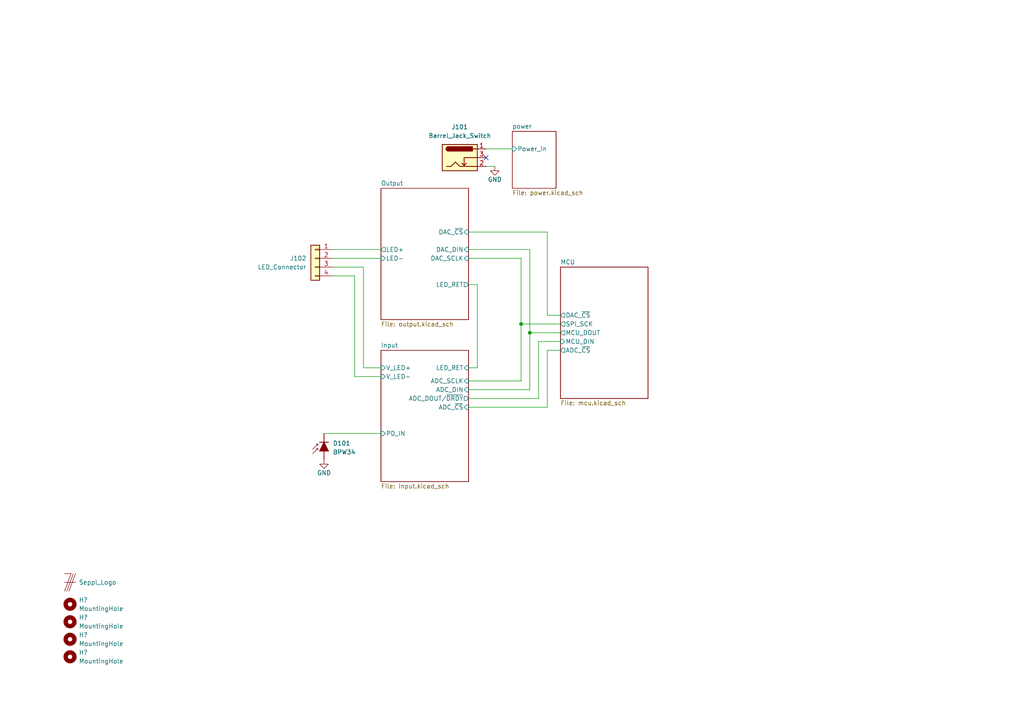
<source format=kicad_sch>
(kicad_sch (version 20211123) (generator eeschema)
  (paper "A4")
  (title_block (title "led-efficiency-measurement") (date "2023-01-24") (rev "0.1"))
  (lib_symbols
    (symbol "Connector:Barrel_Jack_Switch" (pin_names hide)
      (property "Reference" "J" (at 0 5.334 0))
      (property "Value" "Barrel_Jack_Switch" (at 0 -5.08 0))
      (symbol "Barrel_Jack_Switch_0_1"
        (rectangle (start -5.08 3.81) (end 5.08 -3.81) (stroke (width 0.254)) (fill (type background)))
        (arc (start -3.302 3.175) (mid -3.937 2.54) (end -3.302 1.905) (stroke (width 0.254)))
        (arc (start -3.302 3.175) (mid -3.937 2.54) (end -3.302 1.905) (stroke (width 0.254)) (fill (type outline)))
        (polyline (pts (xy 1.27 -2.286) (xy 1.905 -1.651)) (stroke (width 0.254)))
        (polyline (pts (xy 5.08 2.54) (xy 3.81 2.54)) (stroke (width 0.254)))
        (polyline (pts (xy 5.08 0) (xy 1.27 0) (xy 1.27 -2.286) (xy 0.635 -1.651)) (stroke (width 0.254)))
        (polyline (pts (xy -3.81 -2.54) (xy -2.54 -2.54) (xy -1.27 -1.27) (xy 0 -2.54) (xy 2.54 -2.54) (xy 5.08 -2.54)) (stroke (width 0.254)))
        (rectangle (start 3.683 3.175) (end -3.302 1.905) (stroke (width 0.254)) (fill (type outline)))
      )
      (symbol "Barrel_Jack_Switch_1_1"
        (pin passive line (at 7.62 2.54 180) (length 2.54) (name "~") (number "1"))
        (pin passive line (at 7.62 -2.54 180) (length 2.54) (name "~") (number "2"))
        (pin passive line (at 7.62 0 180) (length 2.54) (name "~") (number "3"))
      )
    )
    (symbol "Connector_Generic:Conn_01x04" (pin_names (offset 1.016) hide)
      (property "Reference" "J" (at 0 5.08 0))
      (property "Value" "Conn_01x04" (at 0 -7.62 0))
      (symbol "Conn_01x04_1_1"
        (rectangle (start -1.27 -4.953) (end 0 -5.207) (stroke (width 0.1524)))
        (rectangle (start -1.27 -2.413) (end 0 -2.667) (stroke (width 0.1524)))
        (rectangle (start -1.27 0.127) (end 0 -0.127) (stroke (width 0.1524)))
        (rectangle (start -1.27 2.667) (end 0 2.413) (stroke (width 0.1524)))
        (rectangle (start -1.27 3.81) (end 1.27 -6.35) (stroke (width 0.254)) (fill (type background)))
        (pin passive line (at -5.08 2.54 0) (length 3.81) (name "Pin_1") (number "1"))
        (pin passive line (at -5.08 0 0) (length 3.81) (name "Pin_2") (number "2"))
        (pin passive line (at -5.08 -2.54 0) (length 3.81) (name "Pin_3") (number "3"))
        (pin passive line (at -5.08 -5.08 0) (length 3.81) (name "Pin_4") (number "4"))
      )
    )
    (symbol "Device:D_Photo_Filled" (pin_numbers hide) (pin_names hide)
      (property "Reference" "D" (at 0.508 1.778 0))
      (property "Value" "D_Photo_Filled" (at -1.016 -2.794 0))
      (symbol "D_Photo_Filled_0_1"
        (polyline (pts (xy -2.54 1.27) (xy -2.54 -1.27)) (stroke (width 0.254)))
        (polyline (pts (xy -2.032 1.778) (xy -1.524 1.778)))
        (polyline (pts (xy 0 0) (xy -2.54 0)))
        (polyline (pts (xy -0.508 3.302) (xy -2.032 1.778) (xy -2.032 2.286)))
        (polyline (pts (xy 0 -1.27) (xy 0 1.27) (xy -2.54 0) (xy 0 -1.27)) (stroke (width 0.254)) (fill (type outline)))
        (polyline (pts (xy 0.762 3.302) (xy -0.762 1.778) (xy -0.762 2.286) (xy -0.762 1.778) (xy -0.254 1.778)))
      )
      (symbol "D_Photo_Filled_1_1"
        (pin passive line (at -5.08 0 0) (length 2.54) (name "K") (number "1"))
        (pin passive line (at 2.54 0 180) (length 2.54) (name "A") (number "2"))
      )
    )
    (symbol "Seppl_Logo:Seppl_Logo" (in_bom no)
      (property "Value" "Seppl_Logo" (at 0 3.81 0))
      (symbol "Seppl_Logo_0_1"
        (polyline (pts (xy -1.5875 0) (xy 1.5875 0)))
        (polyline (pts (xy -0.9525 -2.54) (xy 0.9525 2.54)))
        (polyline (pts (xy -0.3175 -2.54) (xy 1.5875 2.54)))
        (polyline (pts (xy -1.5875 2.54) (xy 0.3175 2.54) (xy -1.5875 -2.54)))
      )
    )
    (symbol "Seppl_Mechanical:MountingHole" (pin_names (offset 1.016)) (in_bom no)
      (property "Reference" "H" (at 0 5.08 0))
      (property "Value" "MountingHole" (at 0 3.175 0))
      (symbol "MountingHole_0_1"
        (circle (center 0 0) (radius 1.27) (stroke (width 1.27)))
      )
    )
    (symbol "power:GND" (power) (pin_names (offset 0))
      (property "Value" "GND" (at 0 -3.81 0))
      (symbol "GND_0_1"
        (polyline (pts (xy 0 0) (xy 0 -1.27) (xy 1.27 -1.27) (xy 0 -2.54) (xy -1.27 -1.27) (xy 0 -1.27)))
      )
      (symbol "GND_1_1"
        (pin power_in line (at 0 0 270) (length 0) hide (name "GND") (number "1"))
      )
    )
  )
  (junction (at 151.13 93.98))
  (junction (at 153.67 96.52))
  (no_connect (at 140.97 45.72))
  (wire (pts (xy 153.67 113.03) (xy 153.67 96.52)))
  (wire (pts (xy 140.97 43.18) (xy 148.59 43.18)))
  (wire (pts (xy 135.89 67.31) (xy 158.75 67.31)))
  (wire (pts (xy 158.75 101.6) (xy 158.75 118.11)))
  (wire (pts (xy 93.98 125.73) (xy 110.49 125.73)))
  (wire (pts (xy 153.67 72.39) (xy 153.67 96.52)))
  (wire (pts (xy 158.75 67.31) (xy 158.75 91.44)))
  (wire (pts (xy 102.87 109.22) (xy 102.87 80.01)))
  (wire (pts (xy 151.13 110.49) (xy 151.13 93.98)))
  (wire (pts (xy 105.41 106.68) (xy 105.41 77.47)))
  (wire (pts (xy 151.13 93.98) (xy 162.56 93.98)))
  (wire (pts (xy 96.52 72.39) (xy 110.49 72.39)))
  (wire (pts (xy 110.49 109.22) (xy 102.87 109.22)))
  (wire (pts (xy 156.21 99.06) (xy 162.56 99.06)))
  (wire (pts (xy 135.89 74.93) (xy 151.13 74.93)))
  (wire (pts (xy 135.89 118.11) (xy 158.75 118.11)))
  (wire (pts (xy 151.13 74.93) (xy 151.13 93.98)))
  (wire (pts (xy 96.52 74.93) (xy 110.49 74.93)))
  (wire (pts (xy 158.75 91.44) (xy 162.56 91.44)))
  (wire (pts (xy 102.87 80.01) (xy 96.52 80.01)))
  (wire (pts (xy 138.43 106.68) (xy 135.89 106.68)))
  (wire (pts (xy 110.49 106.68) (xy 105.41 106.68)))
  (wire (pts (xy 135.89 110.49) (xy 151.13 110.49)))
  (wire (pts (xy 153.67 96.52) (xy 162.56 96.52)))
  (wire (pts (xy 138.43 82.55) (xy 138.43 106.68)))
  (wire (pts (xy 135.89 113.03) (xy 153.67 113.03)))
  (wire (pts (xy 105.41 77.47) (xy 96.52 77.47)))
  (wire (pts (xy 143.51 48.26) (xy 140.97 48.26)))
  (wire (pts (xy 135.89 72.39) (xy 153.67 72.39)))
  (wire (pts (xy 135.89 82.55) (xy 138.43 82.55)))
  (wire (pts (xy 156.21 115.57) (xy 156.21 99.06)))
  (wire (pts (xy 158.75 101.6) (xy 162.56 101.6)))
  (wire (pts (xy 135.89 115.57) (xy 156.21 115.57)))
  (symbol (lib_id "Seppl_Logo:Seppl_Logo") (at 20.32 168.91 0) (unit 1) (in_bom no)
    (property "Reference" "Logo?" (effects hide))
    (property "Value" "Seppl_Logo" (at 22.86 168.9099 0) (effects (justify left)))
    (property "Footprint" "Seppl_Logo:Logo_5x7.5" (effects hide))
  )
  (symbol (lib_id "Connector_Generic:Conn_01x04") (at 91.44 74.93 0) (mirror y) (unit 1)
    (property "Reference" "J102" (at 88.9 74.9299 0) (effects (justify left)))
    (property "Value" "LED_Connector" (at 88.9 77.4699 0) (effects (justify left)))
    (property "Footprint" "Connector_Molex:Molex_PicoBlade_53261-0471_1x04-1MP_P1.25mm_Horizontal" (effects hide))
  )
  (symbol (lib_id "Seppl_Mechanical:MountingHole") (at 20.32 190.5 0) (unit 1) (in_bom no)
    (property "Reference" "H?" (at 22.86 189.2299 0) (effects (justify left)))
    (property "Value" "MountingHole" (at 22.86 191.7699 0) (effects (justify left)))
    (property "Footprint" "MountingHole:MountingHole_3.2mm_M3" (effects hide))
  )
  (symbol (lib_id "Device:D_Photo_Filled") (at 93.98 130.81 90) (mirror x) (unit 1)
    (property "Reference" "D101" (at 96.52 128.5874 90) (effects (justify right)))
    (property "Value" "BPW34" (at 96.52 131.1274 90) (effects (justify right)))
    (property "Footprint" "OptoDevice:Osram_DIL2_4.3x4.65mm_P5.08mm" (effects hide))
  )
  (symbol (lib_id "power:GND") (at 143.51 48.26 0) (unit 1)
    (property "Reference" "#PWR0101" (effects hide))
    (property "Value" "GND" (at 143.51 52.07 0))
  )
  (symbol (lib_id "Connector:Barrel_Jack_Switch") (at 133.35 45.72 0) (unit 1)
    (property "Reference" "J101" (at 133.35 36.83 0))
    (property "Value" "Barrel_Jack_Switch" (at 133.35 39.37 0))
    (property "Footprint" "Seppl_Connector_BarrelJack:BarrelJack_Lumberg_161321" (effects hide))
  )
  (symbol (lib_id "Seppl_Mechanical:MountingHole") (at 20.32 180.34 0) (unit 1) (in_bom no)
    (property "Reference" "H?" (at 22.86 179.0699 0) (effects (justify left)))
    (property "Value" "MountingHole" (at 22.86 181.6099 0) (effects (justify left)))
    (property "Footprint" "MountingHole:MountingHole_3.2mm_M3" (effects hide))
  )
  (symbol (lib_id "Seppl_Mechanical:MountingHole") (at 20.32 175.26 0) (unit 1) (in_bom no)
    (property "Reference" "H?" (at 22.86 173.9899 0) (effects (justify left)))
    (property "Value" "MountingHole" (at 22.86 176.5299 0) (effects (justify left)))
    (property "Footprint" "MountingHole:MountingHole_3.2mm_M3" (effects hide))
  )
  (symbol (lib_id "power:GND") (at 93.98 133.35 0) (unit 1)
    (property "Reference" "#PWR0102" (effects hide))
    (property "Value" "GND" (at 93.98 137.16 0))
  )
  (symbol (lib_id "Seppl_Mechanical:MountingHole") (at 20.32 185.42 0) (unit 1) (in_bom no)
    (property "Reference" "H?" (at 22.86 184.1499 0) (effects (justify left)))
    (property "Value" "MountingHole" (at 22.86 186.6899 0) (effects (justify left)))
    (property "Footprint" "MountingHole:MountingHole_3.2mm_M3" (effects hide))
  )
  (sheet (at 110.49 54.61) (size 25.4 38.1) (stroke (width 0.1524))
    (property "Sheet name" "Output" (at 110.49 53.8984 0) (effects (justify left bottom)))
    (property "Sheet file" "output.kicad_sch" (at 110.49 93.2946 0) (effects (justify left top)))
    (pin "DAC_DIN" input (at 135.89 72.39 0))
    (pin "DAC_~{CS}" input (at 135.89 67.31 0))
    (pin "DAC_SCLK" input (at 135.89 74.93 0))
    (pin "LED_RET" output (at 135.89 82.55 0))
    (pin "LED+" output (at 110.49 72.39 180))
    (pin "LED-" input (at 110.49 74.93 180))
  )
  (sheet (at 110.49 101.6) (size 25.4 38.1) (stroke (width 0.1524))
    (property "Sheet name" "Input" (at 110.49 100.8884 0) (effects (justify left bottom)))
    (property "Sheet file" "input.kicad_sch" (at 110.49 140.2846 0) (effects (justify left top)))
    (pin "ADC_~{CS}" input (at 135.89 118.11 0))
    (pin "ADC_DOUT{slash}~{DRDY}" output (at 135.89 115.57 0))
    (pin "ADC_DIN" input (at 135.89 113.03 0))
    (pin "ADC_SCLK" input (at 135.89 110.49 0))
    (pin "LED_RET" input (at 135.89 106.68 0))
    (pin "PD_IN" input (at 110.49 125.73 180))
    (pin "V_LED+" input (at 110.49 106.68 180))
    (pin "V_LED-" input (at 110.49 109.22 180))
  )
  (sheet (at 148.59 38.1) (size 12.7 16.51) (stroke (width 0.1524))
    (property "Sheet name" "power" (at 148.59 37.3884 0) (effects (justify left bottom)))
    (property "Sheet file" "power.kicad_sch" (at 148.59 55.1946 0) (effects (justify left top)))
    (pin "Power_in" input (at 148.59 43.18 180))
  )
  (sheet (at 162.56 77.47) (size 25.4 38.1) (stroke (width 0.1524))
    (property "Sheet name" "MCU" (at 162.56 76.7584 0) (effects (justify left bottom)))
    (property "Sheet file" "mcu.kicad_sch" (at 162.56 116.1546 0) (effects (justify left top)))
    (pin "ADC_~{CS}" output (at 162.56 101.6 180))
    (pin "MCU_DOUT" output (at 162.56 96.52 180))
    (pin "MCU_DIN" input (at 162.56 99.06 180))
    (pin "DAC_~{CS}" output (at 162.56 91.44 180))
    (pin "SPI_SCK" output (at 162.56 93.98 180))
  )
)
</source>
